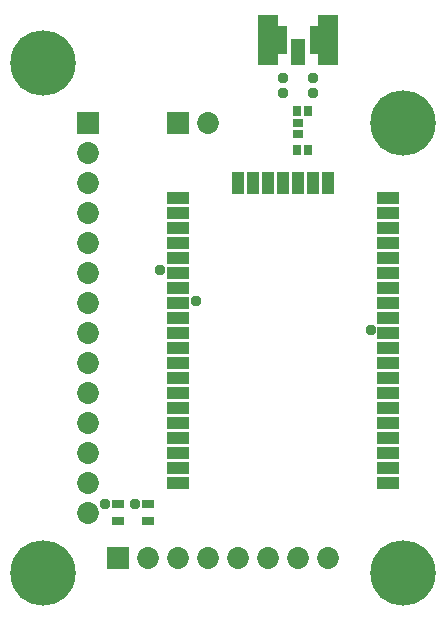
<source format=gbr>
G04 EAGLE Gerber RS-274X export*
G75*
%MOMM*%
%FSLAX34Y34*%
%LPD*%
%AMOC8*
5,1,8,0,0,1.08239X$1,22.5*%
G01*
%ADD10R,1.903200X1.103200*%
%ADD11R,1.103200X1.903200*%
%ADD12C,5.537200*%
%ADD13R,1.853200X1.853200*%
%ADD14C,1.853200*%
%ADD15R,1.727200X4.267200*%
%ADD16R,1.219200X2.235200*%
%ADD17R,0.914400X2.336800*%
%ADD18R,0.965200X0.660400*%
%ADD19R,0.660400X0.965200*%
%ADD20R,1.103200X0.803200*%
%ADD21C,0.959600*%


D10*
X330200Y114300D03*
X330200Y127000D03*
X330200Y139700D03*
X330200Y152400D03*
X330200Y165100D03*
X330200Y177800D03*
X330200Y190500D03*
X330200Y203200D03*
X330200Y215900D03*
X330200Y228600D03*
X330200Y241300D03*
X330200Y254000D03*
X330200Y266700D03*
X330200Y279400D03*
X330200Y292100D03*
X330200Y304800D03*
X330200Y317500D03*
X330200Y330200D03*
X330200Y342900D03*
X330200Y355600D03*
D11*
X279400Y368300D03*
X266700Y368300D03*
X254000Y368300D03*
X241300Y368300D03*
X228600Y368300D03*
X215900Y368300D03*
X203200Y368300D03*
D10*
X152400Y355600D03*
X152400Y342900D03*
X152400Y330200D03*
X152400Y317500D03*
X152400Y304800D03*
X152400Y292100D03*
X152400Y279400D03*
X152400Y266700D03*
X152400Y254000D03*
X152400Y241300D03*
X152400Y228600D03*
X152400Y215900D03*
X152400Y203200D03*
X152400Y190500D03*
X152400Y177800D03*
X152400Y165100D03*
X152400Y152400D03*
X152400Y139700D03*
X152400Y127000D03*
X152400Y114300D03*
D12*
X342900Y38100D03*
X342900Y419100D03*
X38100Y469900D03*
X38100Y38100D03*
D13*
X76200Y419100D03*
D14*
X76200Y393700D03*
X76200Y368300D03*
X76200Y342900D03*
X76200Y317500D03*
X76200Y292100D03*
X76200Y266700D03*
X76200Y241300D03*
X76200Y215900D03*
X76200Y190500D03*
X76200Y165100D03*
X76200Y139700D03*
X76200Y114300D03*
X76200Y88900D03*
D13*
X101600Y50800D03*
D14*
X127000Y50800D03*
X152400Y50800D03*
X177800Y50800D03*
X203200Y50800D03*
X228600Y50800D03*
X254000Y50800D03*
X279400Y50800D03*
D15*
X279400Y488950D03*
X228600Y488950D03*
D16*
X254000Y478790D03*
D17*
X267954Y488696D03*
X240046Y488696D03*
D13*
X152400Y419100D03*
D14*
X177800Y419100D03*
D18*
X254000Y418592D03*
X254000Y409448D03*
D19*
X253238Y396240D03*
X262382Y396240D03*
X253238Y429260D03*
X262382Y429260D03*
D20*
X127000Y81400D03*
X127000Y96400D03*
X101600Y81400D03*
X101600Y96400D03*
D21*
X315468Y243840D03*
X167640Y268224D03*
X241300Y457200D03*
X241300Y444500D03*
X266700Y457200D03*
X266700Y444500D03*
X137160Y294132D03*
X115824Y96012D03*
X89916Y96012D03*
M02*

</source>
